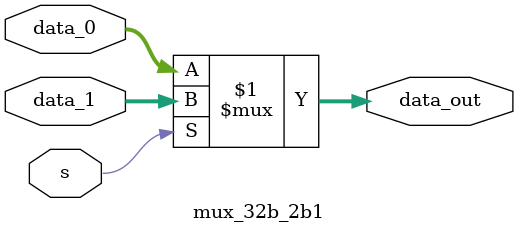
<source format=v>
`timescale 1ns / 1ps
module mux_32b_2b1(
    input s,
    input [31:0] data_0,
    input [31:0] data_1,
    output [31:0] data_out
    );
	
	assign data_out = s ? data_1 : data_0;
	
endmodule

</source>
